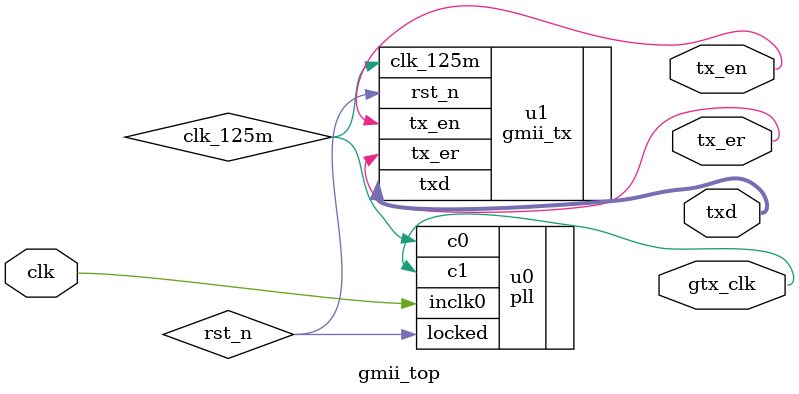
<source format=v>
module gmii_top(
    clk     ,
    gtx_clk ,
    txd     ,
    tx_en   ,
    tx_er       //·¢ËÍ´íÎóÐÅºÅ 
);

input clk;

output wire gtx_clk,tx_en,tx_er;
output wire [7:0] txd          ;

wire rst_n,clk_125m;

pll u0(
	.inclk0(clk     ),
	.c0    (clk_125m), //12M£¬0¡ãÆ«ÒÆÊ±ÖÓ
	.c1    (gtx_clk ), //125M,-120¡ãÆ«ÒÆÊ±ÖÓ
	.locked(rst_n   )  //lockedÐÅºÅ×÷Îª¸´Î»ÐÅºÅ
);

gmii_tx u1(
    .clk_125m(clk_125m),
    .txd     (txd     ),
    .tx_en   (tx_en   ),
    .tx_er   (tx_er   ),
    .rst_n   (rst_n   )
);

endmodule

</source>
